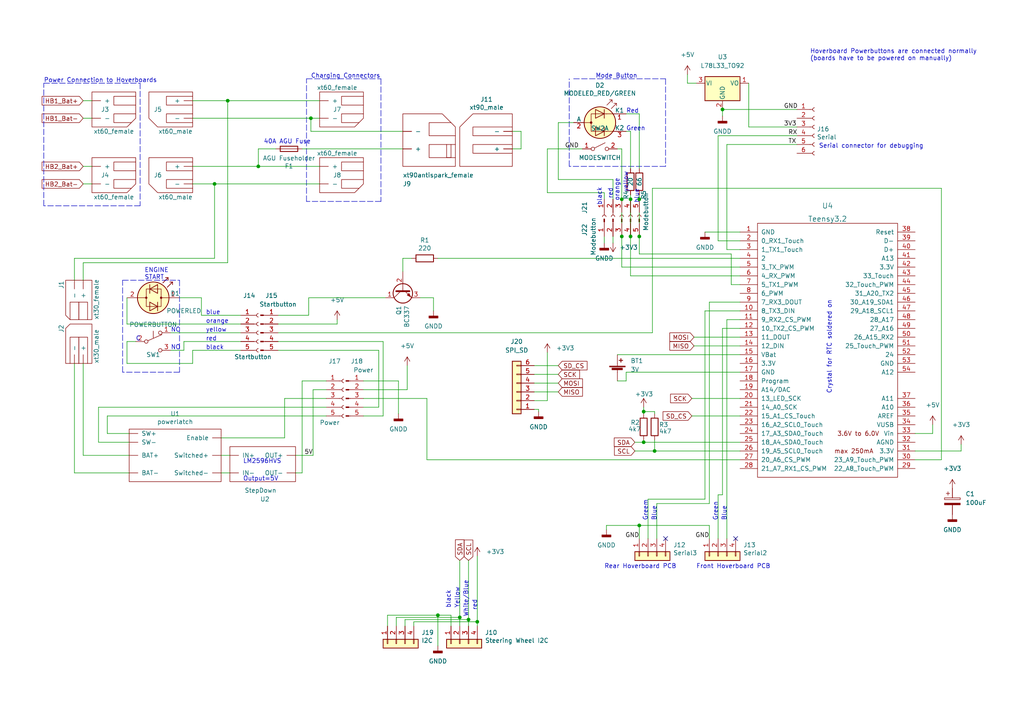
<source format=kicad_sch>
(kicad_sch (version 20211123) (generator eeschema)
  (paper "A4")
  (lib_symbols
    (symbol "Bobbycar_components:StepDown" (pin_names (offset 1.016))
      (property "Reference" "U" (at -1.27 0 0))
      (property "Value" "StepDown" (at 0 6.35 0))
      (symbol "StepDown_1_1"
        (pin power_in line (at -10.16 2.54 0) (length 2.54) (name "IN+") (number "~"))
        (pin power_in line (at -10.16 -2.54 0) (length 2.54) (name "IN-") (number "~"))
        (pin power_out line (at 8.89 2.54 180) (length 2.54) (name "OUT+") (number "~"))
        (pin power_out line (at 8.89 -2.54 180) (length 2.54) (name "OUT-") (number "~"))
      )
    )
    (symbol "Bobbycar_components:powerlatch" (pin_names (offset 1.016))
      (property "Reference" "U" (at -1.27 6.35 0))
      (property "Value" "powerlatch" (at 0 10.16 0))
      (symbol "powerlatch_1_1"
        (pin power_in line (at -12.7 1.27 0) (length 2.54) (name "BAT+") (number "~"))
        (pin power_in line (at -12.7 -3.81 0) (length 2.54) (name "BAT-") (number "~"))
        (pin input line (at 13.97 6.35 180) (length 2.54) (name "Enable") (number "~"))
        (pin input line (at -12.7 7.62 0) (length 2.54) (name "SW+") (number "~"))
        (pin input line (at -12.7 5.08 0) (length 2.54) (name "SW-") (number "~"))
        (pin power_in line (at 13.97 1.27 180) (length 2.54) (name "Switched+") (number "~"))
        (pin power_in line (at 13.97 -3.81 180) (length 2.54) (name "Switched-") (number "~"))
      )
    )
    (symbol "Bobbycar_components:xt30_female" (pin_names (offset 1.016))
      (property "Reference" "J" (at 0 15.24 0))
      (property "Value" "xt30_female" (at 0 12.7 0))
      (symbol "xt30_female_1_1"
        (pin power_out line (at 1.27 0 90) (length 2.54) (name "+") (number "~"))
        (pin power_out line (at -1.27 0 90) (length 2.54) (name "-") (number "~"))
      )
    )
    (symbol "Bobbycar_components:xt30_male" (pin_names (offset 1.016))
      (property "Reference" "J" (at 0 16.51 0))
      (property "Value" "xt30_male" (at 0 13.97 0))
      (symbol "xt30_male_1_1"
        (pin power_in line (at 1.27 0 90) (length 2.54) (name "+") (number "~"))
        (pin power_in line (at -1.27 0 90) (length 2.54) (name "-") (number "~"))
      )
    )
    (symbol "Bobbycar_components:xt60_female" (pin_names (offset 1.016))
      (property "Reference" "J" (at 0 11.43 0))
      (property "Value" "xt60_female" (at 0 13.97 0))
      (symbol "xt60_female_1_1"
        (pin power_out line (at 2.54 0 90) (length 2.54) (name "+") (number "~"))
        (pin power_out line (at -2.54 0 90) (length 2.54) (name "-") (number "~"))
      )
    )
    (symbol "Bobbycar_components:xt60_male" (pin_names (offset 1.016))
      (property "Reference" "J" (at 0 11.43 0))
      (property "Value" "xt60_male" (at 0 13.97 0))
      (symbol "xt60_male_1_1"
        (pin power_in line (at 2.54 0 90) (length 2.54) (name "+") (number "~"))
        (pin power_in line (at -2.54 0 90) (length 2.54) (name "-") (number "~"))
      )
    )
    (symbol "Bobbycar_components:xt90_male" (pin_names (offset 1.016))
      (property "Reference" "J" (at 0 19.05 0))
      (property "Value" "xt90_male" (at 0 16.51 0))
      (symbol "xt90_male_1_1"
        (pin power_in line (at 2.54 0 90) (length 2.54) (name "+") (number "~"))
        (pin power_in line (at -2.54 0 90) (length 2.54) (name "-") (number "~"))
      )
    )
    (symbol "Bobbycar_components:xt90antispark_female" (pin_names (offset 1.016))
      (property "Reference" "J" (at 0 16.51 0))
      (property "Value" "xt90antispark_female" (at 1.27 19.05 0))
      (symbol "xt90antispark_female_1_1"
        (pin power_out line (at 2.54 0 90) (length 2.54) (name "+") (number "~"))
        (pin power_out line (at -2.54 0 90) (length 2.54) (name "-") (number "~"))
      )
    )
    (symbol "Bobbycar_wiring-rescue:LED_Dual_2pin-Device" (pin_names (offset 0) hide)
      (property "Reference" "D" (at 0 5.715 0))
      (property "Value" "LED_Dual_2pin-Device" (at 0 -6.35 0))
      (symbol "LED_Dual_2pin-Device_1_1"
        (pin input line (at 7.62 0 180) (length 3.81) (name "KA") (number "1"))
        (pin input line (at -7.62 0 0) (length 3.048) (name "AK") (number "2"))
      )
    )
    (symbol "Bobbycar_wiring-rescue:LED_Dual_CAC-Device" (pin_names (offset 0))
      (property "Reference" "D" (at 0 5.715 0))
      (property "Value" "LED_Dual_CAC-Device" (at 0 -6.35 0))
      (symbol "LED_Dual_CAC-Device_1_1"
        (pin input line (at 7.62 2.54 180) (length 3.81) (name "K1") (number "1"))
        (pin input line (at -7.62 0 0) (length 3.048) (name "A") (number "2"))
        (pin input line (at 7.62 -2.54 180) (length 3.81) (name "K2") (number "3"))
      )
    )
    (symbol "Bobbycar_wiring-rescue:SW_DPST_x2-Switch" (pin_names (offset 0) hide)
      (property "Reference" "SW" (at 0 3.175 0))
      (property "Value" "SW_DPST_x2-Switch" (at 0 -2.54 0))
      (symbol "SW_DPST_x2-Switch_1_1"
        (pin passive line (at -5.08 0 0) (length 2.54) (name "A") (number "1"))
        (pin passive line (at 5.08 0 180) (length 2.54) (name "B") (number "2"))
      )
      (symbol "SW_DPST_x2-Switch_2_1"
        (pin input line (at -5.08 0 0) (length 2.54) (name "A") (number "3"))
        (pin input line (at 5.08 0 180) (length 2.54) (name "B") (number "4"))
      )
    )
    (symbol "Connector:Conn_01x05_Female" (pin_names (offset 1.016) hide)
      (property "Reference" "J" (at 0 7.62 0))
      (property "Value" "Conn_01x05_Female" (at 0 -7.62 0))
      (symbol "Conn_01x05_Female_1_1"
        (pin passive line (at -5.08 5.08 0) (length 3.81) (name "Pin_1") (number "1"))
        (pin passive line (at -5.08 2.54 0) (length 3.81) (name "Pin_2") (number "2"))
        (pin passive line (at -5.08 0 0) (length 3.81) (name "Pin_3") (number "3"))
        (pin passive line (at -5.08 -2.54 0) (length 3.81) (name "Pin_4") (number "4"))
        (pin passive line (at -5.08 -5.08 0) (length 3.81) (name "Pin_5") (number "5"))
      )
    )
    (symbol "Connector:Conn_01x05_Male" (pin_names (offset 1.016) hide)
      (property "Reference" "J" (at 0 7.62 0))
      (property "Value" "Conn_01x05_Male" (at 0 -7.62 0))
      (symbol "Conn_01x05_Male_1_1"
        (pin passive line (at 5.08 5.08 180) (length 3.81) (name "Pin_1") (number "1"))
        (pin passive line (at 5.08 2.54 180) (length 3.81) (name "Pin_2") (number "2"))
        (pin passive line (at 5.08 0 180) (length 3.81) (name "Pin_3") (number "3"))
        (pin passive line (at 5.08 -2.54 180) (length 3.81) (name "Pin_4") (number "4"))
        (pin passive line (at 5.08 -5.08 180) (length 3.81) (name "Pin_5") (number "5"))
      )
    )
    (symbol "Connector:Conn_01x06_Female" (pin_names (offset 1.016) hide)
      (property "Reference" "J" (at 0 7.62 0))
      (property "Value" "Conn_01x06_Female" (at 0 -10.16 0))
      (symbol "Conn_01x06_Female_1_1"
        (pin passive line (at -5.08 5.08 0) (length 3.81) (name "Pin_1") (number "1"))
        (pin passive line (at -5.08 2.54 0) (length 3.81) (name "Pin_2") (number "2"))
        (pin passive line (at -5.08 0 0) (length 3.81) (name "Pin_3") (number "3"))
        (pin passive line (at -5.08 -2.54 0) (length 3.81) (name "Pin_4") (number "4"))
        (pin passive line (at -5.08 -5.08 0) (length 3.81) (name "Pin_5") (number "5"))
        (pin passive line (at -5.08 -7.62 0) (length 3.81) (name "Pin_6") (number "6"))
      )
    )
    (symbol "Connector_Generic:Conn_01x04" (pin_names (offset 1.016) hide)
      (property "Reference" "J" (at 0 5.08 0))
      (property "Value" "Conn_01x04" (at 0 -7.62 0))
      (symbol "Conn_01x04_1_1"
        (pin passive line (at -5.08 2.54 0) (length 3.81) (name "Pin_1") (number "1"))
        (pin passive line (at -5.08 0 0) (length 3.81) (name "Pin_2") (number "2"))
        (pin passive line (at -5.08 -2.54 0) (length 3.81) (name "Pin_3") (number "3"))
        (pin passive line (at -5.08 -5.08 0) (length 3.81) (name "Pin_4") (number "4"))
      )
    )
    (symbol "Connector_Generic:Conn_01x06" (pin_names (offset 1.016) hide)
      (property "Reference" "J" (at 0 7.62 0))
      (property "Value" "Conn_01x06" (at 0 -10.16 0))
      (symbol "Conn_01x06_1_1"
        (pin passive line (at -5.08 5.08 0) (length 3.81) (name "Pin_1") (number "1"))
        (pin passive line (at -5.08 2.54 0) (length 3.81) (name "Pin_2") (number "2"))
        (pin passive line (at -5.08 0 0) (length 3.81) (name "Pin_3") (number "3"))
        (pin passive line (at -5.08 -2.54 0) (length 3.81) (name "Pin_4") (number "4"))
        (pin passive line (at -5.08 -5.08 0) (length 3.81) (name "Pin_5") (number "5"))
        (pin passive line (at -5.08 -7.62 0) (length 3.81) (name "Pin_6") (number "6"))
      )
    )
    (symbol "Device:Battery_Cell" (pin_numbers hide) (pin_names (offset 0) hide)
      (property "Reference" "BT" (at 2.54 2.54 0))
      (property "Value" "Battery_Cell" (at 2.54 0 0))
      (symbol "Battery_Cell_1_1"
        (pin passive line (at 0 5.08 270) (length 2.54) (name "+") (number "1"))
        (pin passive line (at 0 -2.54 90) (length 2.54) (name "-") (number "2"))
      )
    )
    (symbol "Device:C_Polarized" (pin_numbers hide) (pin_names (offset 0.254))
      (property "Reference" "C" (at 0.635 2.54 0))
      (property "Value" "C_Polarized" (at 0.635 -2.54 0))
      (symbol "C_Polarized_1_1"
        (pin passive line (at 0 3.81 270) (length 2.794) (name "~") (number "1"))
        (pin passive line (at 0 -3.81 90) (length 2.794) (name "~") (number "2"))
      )
    )
    (symbol "Device:Fuse" (pin_numbers hide) (pin_names (offset 0))
      (property "Reference" "F" (at 2.032 0 90))
      (property "Value" "Fuse" (at -1.905 0 90))
      (symbol "Fuse_1_1"
        (pin passive line (at 0 3.81 270) (length 1.27) (name "~") (number "1"))
        (pin passive line (at 0 -3.81 90) (length 1.27) (name "~") (number "2"))
      )
    )
    (symbol "Device:R" (pin_numbers hide) (pin_names (offset 0))
      (property "Reference" "R" (at 2.032 0 90))
      (property "Value" "R" (at 0 0 90))
      (symbol "R_1_1"
        (pin passive line (at 0 3.81 270) (length 1.27) (name "~") (number "1"))
        (pin passive line (at 0 -3.81 90) (length 1.27) (name "~") (number "2"))
      )
    )
    (symbol "Regulator_Linear:L78L33_TO92" (pin_names (offset 0.254))
      (property "Reference" "U" (at -3.81 3.175 0))
      (property "Value" "L78L33_TO92" (at 0 3.175 0))
      (symbol "L78L33_TO92_1_1"
        (pin power_out line (at 7.62 0 180) (length 2.54) (name "VO") (number "1"))
        (pin power_in line (at 0 -7.62 90) (length 2.54) (name "GND") (number "2"))
        (pin power_in line (at -7.62 0 0) (length 2.54) (name "VI") (number "3"))
      )
    )
    (symbol "Switch:SW_Push_SPDT" (pin_names (offset 0) hide)
      (property "Reference" "SW" (at 0 4.318 0))
      (property "Value" "SW_Push_SPDT" (at 0 -5.08 0))
      (symbol "SW_Push_SPDT_1_1"
        (pin passive line (at 5.08 2.54 180) (length 2.54) (name "A") (number "1"))
        (pin passive line (at -5.08 0 0) (length 2.54) (name "B") (number "2"))
        (pin passive line (at 5.08 -2.54 180) (length 2.54) (name "C") (number "3"))
      )
    )
    (symbol "Transistor_BJT:BC337" (pin_names (offset 0) hide)
      (property "Reference" "Q" (at 5.08 1.905 0))
      (property "Value" "BC337" (at 5.08 0 0))
      (symbol "BC337_1_1"
        (pin passive line (at 2.54 5.08 270) (length 2.54) (name "C") (number "1"))
        (pin input line (at -5.08 0 0) (length 5.08) (name "B") (number "2"))
        (pin passive line (at 2.54 -5.08 90) (length 2.54) (name "E") (number "3"))
      )
    )
    (symbol "power:+3V3" (power) (pin_names (offset 0))
      (property "Value" "+3V3" (at 0 3.556 0))
      (symbol "+3V3_1_1"
        (pin power_in line (at 0 0 90) (length 0) hide (name "+3V3") (number "1"))
      )
    )
    (symbol "power:+5V" (power) (pin_names (offset 0))
      (property "Value" "+5V" (at 0 3.556 0))
      (symbol "+5V_1_1"
        (pin power_in line (at 0 0 90) (length 0) hide (name "+5V") (number "1"))
      )
    )
    (symbol "power:GNDD" (power) (pin_names (offset 0))
      (property "Value" "GNDD" (at 0 -3.175 0))
      (symbol "GNDD_1_1"
        (pin power_in line (at 0 0 270) (length 0) hide (name "GNDD") (number "1"))
      )
    )
    (symbol "teensy:Teensy3.2" (pin_names (offset 1.016))
      (property "Reference" "U" (at 0 39.37 0))
      (property "Value" "Teensy3.2" (at 0 -39.37 0))
      (symbol "Teensy3.2_0_0"
        (text "3.6V to 6.0V" (at 8.89 -24.13 0) (effects (font (size 1.27 1.27))))
        (text "max 250mA" (at 7.62 -29.21 0) (effects (font (size 1.27 1.27))))
      )
      (symbol "Teensy3.2_1_1"
        (pin power_in line (at -25.4 34.29 0) (length 5.08) (name "GND") (number "1"))
        (pin bidirectional line (at -25.4 11.43 0) (length 5.08) (name "8_TX3_DIN") (number "10"))
        (pin bidirectional line (at -25.4 8.89 0) (length 5.08) (name "9_RX2_CS_PWM") (number "11"))
        (pin bidirectional line (at -25.4 6.35 0) (length 5.08) (name "10_TX2_CS_PWM") (number "12"))
        (pin bidirectional line (at -25.4 3.81 0) (length 5.08) (name "11_DOUT") (number "13"))
        (pin bidirectional line (at -25.4 1.27 0) (length 5.08) (name "12_DIN") (number "14"))
        (pin power_in line (at -25.4 -1.27 0) (length 5.08) (name "VBat") (number "15"))
        (pin power_out line (at -25.4 -3.81 0) (length 5.08) (name "3.3V") (number "16"))
        (pin power_in line (at -25.4 -6.35 0) (length 5.08) (name "GND") (number "17"))
        (pin input line (at -25.4 -8.89 0) (length 5.08) (name "Program") (number "18"))
        (pin bidirectional line (at -25.4 -11.43 0) (length 5.08) (name "A14/DAC") (number "19"))
        (pin bidirectional line (at -25.4 31.75 0) (length 5.08) (name "0_RX1_Touch") (number "2"))
        (pin bidirectional line (at -25.4 -13.97 0) (length 5.08) (name "13_LED_SCK") (number "20"))
        (pin bidirectional line (at -25.4 -16.51 0) (length 5.08) (name "14_A0_SCK") (number "21"))
        (pin bidirectional line (at -25.4 -19.05 0) (length 5.08) (name "15_A1_CS_Touch") (number "22"))
        (pin bidirectional line (at -25.4 -21.59 0) (length 5.08) (name "16_A2_SCL0_Touch") (number "23"))
        (pin bidirectional line (at -25.4 -24.13 0) (length 5.08) (name "17_A3_SDA0_Touch") (number "24"))
        (pin bidirectional line (at -25.4 -26.67 0) (length 5.08) (name "18_A4_SDA0_Touch") (number "25"))
        (pin bidirectional line (at -25.4 -29.21 0) (length 5.08) (name "19_A5_SCL0_Touch") (number "26"))
        (pin bidirectional line (at -25.4 -31.75 0) (length 5.08) (name "20_A6_CS_PWM") (number "27"))
        (pin bidirectional line (at -25.4 -34.29 0) (length 5.08) (name "21_A7_RX1_CS_PWM") (number "28"))
        (pin bidirectional line (at 25.4 -34.29 180) (length 5.08) (name "22_A8_Touch_PWM") (number "29"))
        (pin bidirectional line (at -25.4 29.21 0) (length 5.08) (name "1_TX1_Touch") (number "3"))
        (pin bidirectional line (at 25.4 -31.75 180) (length 5.08) (name "23_A9_Touch_PWM") (number "30"))
        (pin power_out line (at 25.4 -29.21 180) (length 5.08) (name "3.3V") (number "31"))
        (pin power_out line (at 25.4 -26.67 180) (length 5.08) (name "AGND") (number "32"))
        (pin power_in line (at 25.4 -24.13 180) (length 5.08) (name "Vin") (number "33"))
        (pin power_in line (at 25.4 -21.59 180) (length 5.08) (name "VUSB") (number "34"))
        (pin input line (at 25.4 -19.05 180) (length 5.08) (name "AREF") (number "35"))
        (pin bidirectional line (at 25.4 -16.51 180) (length 5.08) (name "A10") (number "36"))
        (pin bidirectional line (at 25.4 -13.97 180) (length 5.08) (name "A11") (number "37"))
        (pin input line (at 25.4 34.29 180) (length 5.08) (name "Reset") (number "38"))
        (pin bidirectional line (at 25.4 31.75 180) (length 5.08) (name "D-") (number "39"))
        (pin bidirectional line (at -25.4 26.67 0) (length 5.08) (name "2") (number "4"))
        (pin bidirectional line (at 25.4 29.21 180) (length 5.08) (name "D+") (number "40"))
        (pin bidirectional line (at 25.4 26.67 180) (length 5.08) (name "A13") (number "41"))
        (pin power_out line (at 25.4 24.13 180) (length 5.08) (name "3.3V") (number "42"))
        (pin bidirectional line (at 25.4 21.59 180) (length 5.08) (name "33_Touch") (number "43"))
        (pin bidirectional line (at 25.4 19.05 180) (length 5.08) (name "32_Touch_PWM") (number "44"))
        (pin bidirectional line (at 25.4 16.51 180) (length 5.08) (name "31_A20_TX2") (number "45"))
        (pin bidirectional line (at 25.4 13.97 180) (length 5.08) (name "30_A19_SDA1") (number "46"))
        (pin bidirectional line (at 25.4 11.43 180) (length 5.08) (name "29_A18_SCL1") (number "47"))
        (pin bidirectional line (at 25.4 8.89 180) (length 5.08) (name "28_A17") (number "48"))
        (pin bidirectional line (at 25.4 6.35 180) (length 5.08) (name "27_A16") (number "49"))
        (pin bidirectional line (at -25.4 24.13 0) (length 5.08) (name "3_TX_PWM") (number "5"))
        (pin bidirectional line (at 25.4 3.81 180) (length 5.08) (name "26_A15_RX2") (number "50"))
        (pin bidirectional line (at 25.4 1.27 180) (length 5.08) (name "25_Touch_PWM") (number "51"))
        (pin bidirectional line (at 25.4 -1.27 180) (length 5.08) (name "24") (number "52"))
        (pin power_in line (at 25.4 -3.81 180) (length 5.08) (name "GND") (number "53"))
        (pin bidirectional line (at 25.4 -6.35 180) (length 5.08) (name "A12") (number "54"))
        (pin bidirectional line (at -25.4 21.59 0) (length 5.08) (name "4_RX_PWM") (number "6"))
        (pin bidirectional line (at -25.4 19.05 0) (length 5.08) (name "5_TX1_PWM") (number "7"))
        (pin bidirectional line (at -25.4 16.51 0) (length 5.08) (name "6_PWM") (number "8"))
        (pin bidirectional line (at -25.4 13.97 0) (length 5.08) (name "7_RX3_DOUT") (number "9"))
      )
    )
  )
  (junction (at 62.23 53.34))
  (junction (at 135.89 179.705))
  (junction (at 186.69 128.27))
  (junction (at 90.17 34.29))
  (junction (at 182.88 57.785))
  (junction (at 185.42 152.4))
  (junction (at 186.69 119.38))
  (junction (at 185.42 68.58))
  (junction (at 127 178.435))
  (junction (at 74.93 48.26))
  (junction (at 189.865 130.81))
  (junction (at 185.42 57.785))
  (junction (at 209.55 31.75))
  (junction (at 182.88 68.58))
  (junction (at 180.34 57.785))
  (junction (at 180.34 68.58))
  (junction (at 138.43 180.34))
  (junction (at 133.35 179.07))
  (junction (at 66.04 29.21))
  (no_connect (at 213.36 156.21))
  (no_connect (at 193.04 156.21))
  (wire (pts (xy 66.675 132.08) (xy 64.135 132.08)))
  (wire (pts (xy 55.88 101.6) (xy 69.85 101.6)))
  (wire (pts (xy 62.23 53.34) (xy 62.23 74.93)))
  (wire (pts (xy 158.75 43.18) (xy 158.75 55.88)))
  (wire (pts (xy 181.61 38.1) (xy 182.88 38.1)))
  (wire (pts (xy 151.13 43.18) (xy 148.59 43.18)))
  (wire (pts (xy 185.42 57.785) (xy 185.42 68.58)))
  (wire (pts (xy 74.93 43.18) (xy 74.93 48.26)))
  (wire (pts (xy 127 178.435) (xy 112.395 178.435)))
  (polyline (pts (xy 12.7 59.69) (xy 12.7 24.13)))
  (wire (pts (xy 265.43 125.73) (xy 270.51 125.73)))
  (wire (pts (xy 133.35 162.56) (xy 133.35 179.07)))
  (wire (pts (xy 135.89 162.56) (xy 135.89 179.705)))
  (wire (pts (xy 189.865 119.38) (xy 189.865 120.015)))
  (wire (pts (xy 31.115 120.65) (xy 31.115 125.73)))
  (wire (pts (xy 177.8 52.07) (xy 177.8 57.785)))
  (wire (pts (xy 82.55 127) (xy 82.55 115.57)))
  (wire (pts (xy 37.465 125.73) (xy 31.115 125.73)))
  (wire (pts (xy 21.59 137.16) (xy 21.59 105.41)))
  (wire (pts (xy 26.67 53.34) (xy 24.13 53.34)))
  (wire (pts (xy 24.13 48.26) (xy 26.67 48.26)))
  (wire (pts (xy 186.69 118.11) (xy 186.69 119.38)))
  (wire (pts (xy 265.43 130.81) (xy 278.765 130.81)))
  (wire (pts (xy 209.55 95.25) (xy 209.55 143.51)))
  (wire (pts (xy 66.04 29.21) (xy 66.04 76.2)))
  (wire (pts (xy 127 74.93) (xy 214.63 74.93)))
  (polyline (pts (xy 52.07 81.28) (xy 52.07 107.95)))
  (wire (pts (xy 214.63 82.55) (xy 212.09 82.55)))
  (wire (pts (xy 212.09 73.66) (xy 185.42 73.66)))
  (wire (pts (xy 112.395 178.435) (xy 112.395 181.61)))
  (wire (pts (xy 154.94 118.745) (xy 156.21 118.745)))
  (polyline (pts (xy 40.64 24.13) (xy 40.64 59.69)))
  (wire (pts (xy 148.59 38.1) (xy 151.13 38.1)))
  (wire (pts (xy 89.535 86.36) (xy 111.76 86.36)))
  (wire (pts (xy 182.88 57.785) (xy 182.88 68.58)))
  (wire (pts (xy 161.925 35.56) (xy 161.925 52.07)))
  (wire (pts (xy 55.88 105.41) (xy 55.88 101.6)))
  (wire (pts (xy 185.42 152.4) (xy 185.42 156.21)))
  (wire (pts (xy 209.55 31.75) (xy 209.55 33.655)))
  (wire (pts (xy 80.645 96.52) (xy 189.23 96.52)))
  (wire (pts (xy 209.55 143.51) (xy 208.28 143.51)))
  (wire (pts (xy 62.23 53.34) (xy 92.71 53.34)))
  (wire (pts (xy 24.13 76.2) (xy 24.13 81.28)))
  (wire (pts (xy 123.825 115.57) (xy 123.825 133.35)))
  (wire (pts (xy 158.75 43.18) (xy 168.91 43.18)))
  (wire (pts (xy 154.94 108.585) (xy 161.925 108.585)))
  (wire (pts (xy 94.615 120.65) (xy 31.115 120.65)))
  (wire (pts (xy 154.94 111.125) (xy 161.925 111.125)))
  (wire (pts (xy 199.39 24.13) (xy 199.39 21.59)))
  (wire (pts (xy 24.13 132.08) (xy 37.465 132.08)))
  (wire (pts (xy 87.63 43.18) (xy 116.84 43.18)))
  (wire (pts (xy 109.855 118.11) (xy 105.41 118.11)))
  (wire (pts (xy 66.04 29.21) (xy 92.71 29.21)))
  (wire (pts (xy 135.89 179.705) (xy 117.475 179.705)))
  (wire (pts (xy 270.51 125.73) (xy 270.51 123.19)))
  (wire (pts (xy 158.75 55.88) (xy 175.26 55.88)))
  (wire (pts (xy 214.63 77.47) (xy 180.34 77.47)))
  (wire (pts (xy 278.765 130.81) (xy 278.765 128.905)))
  (wire (pts (xy 90.17 38.1) (xy 90.17 34.29)))
  (wire (pts (xy 205.74 146.05) (xy 205.74 87.63)))
  (wire (pts (xy 89.535 91.44) (xy 89.535 86.36)))
  (wire (pts (xy 190.5 156.21) (xy 190.5 146.05)))
  (wire (pts (xy 123.825 133.35) (xy 214.63 133.35)))
  (wire (pts (xy 105.41 115.57) (xy 123.825 115.57)))
  (wire (pts (xy 184.15 128.27) (xy 186.69 128.27)))
  (wire (pts (xy 133.35 179.07) (xy 133.35 181.61)))
  (wire (pts (xy 189.23 54.61) (xy 189.23 96.52)))
  (wire (pts (xy 36.83 93.98) (xy 36.83 86.36)))
  (wire (pts (xy 58.42 91.44) (xy 69.85 91.44)))
  (wire (pts (xy 119.38 74.93) (xy 116.84 74.93)))
  (wire (pts (xy 130.81 178.435) (xy 127 178.435)))
  (wire (pts (xy 205.74 152.4) (xy 205.74 156.21)))
  (wire (pts (xy 177.8 68.58) (xy 177.8 70.485)))
  (wire (pts (xy 36.83 99.06) (xy 36.83 105.41)))
  (wire (pts (xy 94.615 118.11) (xy 28.575 118.11)))
  (wire (pts (xy 116.84 74.93) (xy 116.84 78.74)))
  (wire (pts (xy 182.88 68.58) (xy 182.88 80.01)))
  (wire (pts (xy 94.615 113.03) (xy 90.805 113.03)))
  (wire (pts (xy 138.43 180.34) (xy 138.43 181.61)))
  (wire (pts (xy 120.015 181.61) (xy 120.015 180.34)))
  (wire (pts (xy 217.17 24.13) (xy 217.17 36.83)))
  (wire (pts (xy 55.88 29.21) (xy 66.04 29.21)))
  (wire (pts (xy 24.13 29.21) (xy 26.67 29.21)))
  (wire (pts (xy 117.475 179.705) (xy 117.475 181.61)))
  (wire (pts (xy 182.88 56.515) (xy 182.88 57.785)))
  (wire (pts (xy 209.55 31.75) (xy 231.14 31.75)))
  (wire (pts (xy 115.57 120.015) (xy 115.57 110.49)))
  (wire (pts (xy 182.88 38.1) (xy 182.88 48.895)))
  (wire (pts (xy 208.28 69.85) (xy 208.28 39.37)))
  (wire (pts (xy 204.47 90.17) (xy 204.47 144.78)))
  (wire (pts (xy 37.465 137.16) (xy 21.59 137.16)))
  (wire (pts (xy 208.28 39.37) (xy 231.14 39.37)))
  (wire (pts (xy 175.895 152.4) (xy 185.42 152.4)))
  (polyline (pts (xy 165.1 48.26) (xy 165.1 22.86)))
  (wire (pts (xy 36.83 99.06) (xy 39.37 99.06)))
  (wire (pts (xy 125.73 86.36) (xy 125.73 90.17)))
  (wire (pts (xy 204.47 67.31) (xy 214.63 67.31)))
  (wire (pts (xy 115.57 110.49) (xy 105.41 110.49)))
  (wire (pts (xy 214.63 90.17) (xy 204.47 90.17)))
  (wire (pts (xy 187.96 156.21) (xy 187.96 144.78)))
  (wire (pts (xy 186.69 119.38) (xy 189.865 119.38)))
  (wire (pts (xy 111.125 120.65) (xy 111.125 99.06)))
  (wire (pts (xy 80.01 43.18) (xy 74.93 43.18)))
  (wire (pts (xy 80.645 101.6) (xy 109.855 101.6)))
  (wire (pts (xy 189.865 130.81) (xy 214.63 130.81)))
  (wire (pts (xy 180.34 43.18) (xy 180.34 57.785)))
  (wire (pts (xy 118.11 113.03) (xy 105.41 113.03)))
  (wire (pts (xy 161.925 35.56) (xy 166.37 35.56)))
  (wire (pts (xy 74.93 48.26) (xy 92.71 48.26)))
  (polyline (pts (xy 52.07 107.95) (xy 35.56 107.95)))
  (wire (pts (xy 82.55 115.57) (xy 94.615 115.57)))
  (wire (pts (xy 175.26 68.58) (xy 175.26 70.485)))
  (wire (pts (xy 265.43 133.35) (xy 273.05 133.35)))
  (wire (pts (xy 90.805 113.03) (xy 90.805 132.08)))
  (polyline (pts (xy 40.64 59.69) (xy 12.7 59.69)))
  (wire (pts (xy 181.61 33.02) (xy 185.42 33.02)))
  (polyline (pts (xy 88.9 22.86) (xy 110.49 22.86)))
  (wire (pts (xy 114.935 179.07) (xy 133.35 179.07)))
  (wire (pts (xy 36.83 93.98) (xy 69.85 93.98)))
  (wire (pts (xy 87.63 110.49) (xy 94.615 110.49)))
  (wire (pts (xy 28.575 118.11) (xy 28.575 128.27)))
  (wire (pts (xy 181.61 110.49) (xy 179.07 110.49)))
  (wire (pts (xy 114.935 181.61) (xy 114.935 179.07)))
  (wire (pts (xy 55.88 48.26) (xy 74.93 48.26)))
  (wire (pts (xy 179.07 43.18) (xy 180.34 43.18)))
  (wire (pts (xy 118.11 106.045) (xy 118.11 113.03)))
  (wire (pts (xy 151.13 38.1) (xy 151.13 43.18)))
  (wire (pts (xy 53.34 99.06) (xy 69.85 99.06)))
  (wire (pts (xy 154.94 116.205) (xy 158.75 116.205)))
  (wire (pts (xy 21.59 74.93) (xy 62.23 74.93)))
  (wire (pts (xy 201.295 97.79) (xy 214.63 97.79)))
  (wire (pts (xy 181.61 107.95) (xy 181.61 110.49)))
  (wire (pts (xy 64.135 127) (xy 82.55 127)))
  (wire (pts (xy 55.88 53.34) (xy 62.23 53.34)))
  (polyline (pts (xy 35.56 81.28) (xy 52.07 81.28)))
  (wire (pts (xy 204.47 144.78) (xy 187.96 144.78)))
  (wire (pts (xy 97.79 93.98) (xy 97.79 92.71)))
  (polyline (pts (xy 35.56 107.95) (xy 35.56 81.28)))
  (wire (pts (xy 190.5 146.05) (xy 205.74 146.05)))
  (wire (pts (xy 179.07 102.87) (xy 214.63 102.87)))
  (polyline (pts (xy 193.04 22.86) (xy 193.04 48.26)))
  (wire (pts (xy 214.63 80.01) (xy 182.88 80.01)))
  (wire (pts (xy 185.42 33.02) (xy 185.42 48.895)))
  (polyline (pts (xy 110.49 22.86) (xy 110.49 58.42)))
  (wire (pts (xy 120.015 180.34) (xy 138.43 180.34)))
  (wire (pts (xy 66.675 137.16) (xy 64.135 137.16)))
  (polyline (pts (xy 110.49 58.42) (xy 88.9 58.42)))
  (wire (pts (xy 200.66 120.65) (xy 214.63 120.65)))
  (wire (pts (xy 28.575 128.27) (xy 37.465 128.27)))
  (wire (pts (xy 201.295 100.33) (xy 214.63 100.33)))
  (wire (pts (xy 175.895 152.4) (xy 175.895 153.67)))
  (wire (pts (xy 205.74 87.63) (xy 214.63 87.63)))
  (wire (pts (xy 210.82 92.71) (xy 210.82 156.21)))
  (wire (pts (xy 80.645 91.44) (xy 89.535 91.44)))
  (wire (pts (xy 210.82 41.91) (xy 210.82 72.39)))
  (wire (pts (xy 105.41 120.65) (xy 111.125 120.65)))
  (wire (pts (xy 217.17 36.83) (xy 231.14 36.83)))
  (wire (pts (xy 186.69 119.38) (xy 186.69 120.015)))
  (wire (pts (xy 80.645 93.98) (xy 97.79 93.98)))
  (wire (pts (xy 161.925 52.07) (xy 177.8 52.07)))
  (wire (pts (xy 138.43 161.29) (xy 138.43 180.34)))
  (wire (pts (xy 201.93 24.13) (xy 199.39 24.13)))
  (wire (pts (xy 184.15 130.81) (xy 189.865 130.81)))
  (wire (pts (xy 273.05 54.61) (xy 189.23 54.61)))
  (wire (pts (xy 154.94 106.045) (xy 161.925 106.045)))
  (wire (pts (xy 49.53 96.52) (xy 69.85 96.52)))
  (wire (pts (xy 154.94 113.665) (xy 161.925 113.665)))
  (wire (pts (xy 185.42 152.4) (xy 205.74 152.4)))
  (wire (pts (xy 200.66 115.57) (xy 214.63 115.57)))
  (wire (pts (xy 49.53 101.6) (xy 53.34 101.6)))
  (wire (pts (xy 214.63 69.85) (xy 208.28 69.85)))
  (wire (pts (xy 156.21 118.745) (xy 156.21 119.38)))
  (wire (pts (xy 208.28 143.51) (xy 208.28 156.21)))
  (wire (pts (xy 180.34 68.58) (xy 180.34 77.47)))
  (wire (pts (xy 24.13 105.41) (xy 24.13 132.08)))
  (wire (pts (xy 210.82 92.71) (xy 214.63 92.71)))
  (wire (pts (xy 58.42 86.36) (xy 58.42 91.44)))
  (wire (pts (xy 214.63 95.25) (xy 209.55 95.25)))
  (polyline (pts (xy 193.04 48.26) (xy 165.1 48.26)))
  (wire (pts (xy 36.83 105.41) (xy 55.88 105.41)))
  (wire (pts (xy 109.855 101.6) (xy 109.855 118.11)))
  (polyline (pts (xy 12.7 24.13) (xy 40.64 24.13)))
  (wire (pts (xy 80.645 99.06) (xy 111.125 99.06)))
  (wire (pts (xy 121.92 86.36) (xy 125.73 86.36)))
  (wire (pts (xy 85.725 137.16) (xy 87.63 137.16)))
  (wire (pts (xy 116.84 38.1) (xy 90.17 38.1)))
  (wire (pts (xy 210.82 41.91) (xy 231.14 41.91)))
  (wire (pts (xy 127 178.435) (xy 127 187.325)))
  (wire (pts (xy 186.69 127.635) (xy 186.69 128.27)))
  (wire (pts (xy 24.13 76.2) (xy 66.04 76.2)))
  (wire (pts (xy 90.805 132.08) (xy 85.725 132.08)))
  (wire (pts (xy 58.42 86.36) (xy 52.07 86.36)))
  (wire (pts (xy 212.09 82.55) (xy 212.09 73.66)))
  (wire (pts (xy 158.75 102.235) (xy 158.75 116.205)))
  (wire (pts (xy 26.67 34.29) (xy 24.13 34.29)))
  (polyline (pts (xy 166.37 22.86) (xy 193.04 22.86)))
  (wire (pts (xy 135.89 179.705) (xy 135.89 181.61)))
  (wire (pts (xy 55.88 34.29) (xy 90.17 34.29)))
  (wire (pts (xy 53.34 101.6) (xy 53.34 99.06)))
  (wire (pts (xy 210.82 72.39) (xy 214.63 72.39)))
  (wire (pts (xy 185.42 68.58) (xy 185.42 73.66)))
  (polyline (pts (xy 88.9 58.42) (xy 88.9 22.86)))
  (wire (pts (xy 185.42 56.515) (xy 185.42 57.785)))
  (wire (pts (xy 21.59 81.28) (xy 21.59 74.93)))
  (wire (pts (xy 189.865 127.635) (xy 189.865 130.81)))
  (wire (pts (xy 175.26 55.88) (xy 175.26 57.785)))
  (wire (pts (xy 273.05 133.35) (xy 273.05 54.61)))
  (wire (pts (xy 186.69 128.27) (xy 214.63 128.27)))
  (wire (pts (xy 87.63 137.16) (xy 87.63 110.49)))
  (wire (pts (xy 90.17 34.29) (xy 92.71 34.29)))
  (wire (pts (xy 180.34 57.785) (xy 180.34 68.58)))
  (wire (pts (xy 130.81 178.435) (xy 130.81 181.61)))
  (wire (pts (xy 214.63 107.95) (xy 181.61 107.95)))
  (text "40A AGU Fuse" (at 90.17 41.91 180) (effects (font (size 1.27 1.27)) (justify right bottom)))
  (text "black" (at 174.625 59.69 90) (effects (font (size 1.27 1.27)) (justify left bottom)))
  (text "Front Hoverboard PCB" (at 201.93 165.1 0) (effects (font (size 1.27 1.27)) (justify left bottom)))
  (text "orange" (at 179.705 58.42 90) (effects (font (size 1.27 1.27)) (justify left bottom)))
  (text "Hoverboard Powerbuttons are connected normally\n(boards have to be powered on manually)" (at 234.95 17.78 0) (effects (font (size 1.27 1.27)) (justify left bottom)))
  (text "red" (at 59.69 99.06 0) (effects (font (size 1.27 1.27)) (justify left bottom)))
  (text "yellow" (at 59.69 96.52 0) (effects (font (size 1.27 1.27)) (justify left bottom)))
  (text "Rear Hoverboard PCB" (at 175.26 165.1 0) (effects (font (size 1.27 1.27)) (justify left bottom)))
  (text "Blue" (at 210.82 151.13 90) (effects (font (size 1.27 1.27)) (justify left bottom)))
  (text "yellow" (at 182.245 55.88 90) (effects (font (size 1.27 1.27)) (justify left bottom)))
  (text "red" (at 138.43 177.165 90) (effects (font (size 1.27 1.27)) (justify left bottom)))
  (text "blue" (at 185.42 59.055 90) (effects (font (size 1.27 1.27)) (justify left bottom)))
  (text "Serial connector for debugging" (at 237.49 43.18 0) (effects (font (size 1.27 1.27)) (justify left bottom)))
  (text "Green" (at 208.28 151.13 90) (effects (font (size 1.27 1.27)) (justify left bottom)))
  (text "Greem" (at 187.96 151.13 90) (effects (font (size 1.27 1.27)) (justify left bottom)))
  (text "Yellow" (at 133.35 176.53 90) (effects (font (size 1.27 1.27)) (justify left bottom)))
  (text "Charging Connectors" (at 90.17 22.86 0) (effects (font (size 1.27 1.27)) (justify left bottom)))
  (text "Output=5V" (at 70.485 139.7 0) (effects (font (size 1.27 1.27)) (justify left bottom)))
  (text "red" (at 177.8 57.785 90) (effects (font (size 1.27 1.27)) (justify left bottom)))
  (text "C" (at 39.37 99.06 0) (effects (font (size 1.27 1.27)) (justify left bottom)))
  (text "ENGINE\nSTART" (at 41.91 81.28 0) (effects (font (size 1.27 1.27)) (justify left bottom)))
  (text "Blue" (at 190.5 151.13 90) (effects (font (size 1.27 1.27)) (justify left bottom)))
  (text "blue" (at 59.69 91.44 0) (effects (font (size 1.27 1.27)) (justify left bottom)))
  (text "Crystal for RTC soldered on" (at 241.3 114.3 90) (effects (font (size 1.27 1.27)) (justify left bottom)))
  (text "Mode Button" (at 172.72 22.86 0) (effects (font (size 1.27 1.27)) (justify left bottom)))
  (text "Green" (at 181.61 38.1 0) (effects (font (size 1.27 1.27)) (justify left bottom)))
  (text "orange" (at 59.69 93.98 0) (effects (font (size 1.27 1.27)) (justify left bottom)))
  (text "Power Connection to Hoverboards" (at 12.7 24.13 0) (effects (font (size 1.27 1.27)) (justify left bottom)))
  (text "White/Blue" (at 135.89 179.07 90) (effects (font (size 1.27 1.27)) (justify left bottom)))
  (text "black" (at 59.69 101.6 0) (effects (font (size 1.27 1.27)) (justify left bottom)))
  (text "NC" (at 49.53 96.52 0) (effects (font (size 1.27 1.27)) (justify left bottom)))
  (text "NO" (at 49.53 101.6 0) (effects (font (size 1.27 1.27)) (justify left bottom)))
  (text "LM2596HVS" (at 70.485 134.62 0) (effects (font (size 1.27 1.27)) (justify left bottom)))
  (text "Red" (at 181.61 33.02 0) (effects (font (size 1.27 1.27)) (justify left bottom)))
  (text "black" (at 130.81 176.53 90) (effects (font (size 1.27 1.27)) (justify left bottom)))
  (label "5V" (at 88.265 132.08 0))
  (label "RX" (at 228.6 39.37 0))
  (label "GND" (at 163.83 43.18 0))
  (label "GND" (at 227.33 31.75 0))
  (label "TX" (at 228.6 41.91 0))
  (label "GND" (at 185.42 156.21 180))
  (label "3V3" (at 227.33 36.83 0))
  (label "GND" (at 205.74 156.21 180))
  (global_label "SCK" (shape input) (at 200.66 115.57 180) (property "Intersheet References" "${INTERSHEET_REFS}" (effects hide)))
  (global_label "HB1_Bat+" (shape input) (at 24.13 29.21 180) (property "Intersheet References" "${INTERSHEET_REFS}" (effects hide)))
  (global_label "HB2_Bat+" (shape input) (at 24.13 48.26 180) (property "Intersheet References" "${INTERSHEET_REFS}" (effects hide)))
  (global_label "MOSI" (shape input) (at 201.295 97.79 180) (property "Intersheet References" "${INTERSHEET_REFS}" (effects hide)))
  (global_label "SCL" (shape input) (at 135.89 162.56 90) (property "Intersheet References" "${INTERSHEET_REFS}" (effects hide)))
  (global_label "SCL" (shape input) (at 184.15 130.81 180) (property "Intersheet References" "${INTERSHEET_REFS}" (effects hide)))
  (global_label "SDA" (shape input) (at 184.15 128.27 180) (property "Intersheet References" "${INTERSHEET_REFS}" (effects hide)))
  (global_label "HB1_Bat-" (shape input) (at 24.13 34.29 180) (property "Intersheet References" "${INTERSHEET_REFS}" (effects hide)))
  (global_label "MISO" (shape input) (at 161.925 113.665 0) (property "Intersheet References" "${INTERSHEET_REFS}" (effects hide)))
  (global_label "SD_CS" (shape input) (at 161.925 106.045 0) (property "Intersheet References" "${INTERSHEET_REFS}" (effects hide)))
  (global_label "MISO" (shape input) (at 201.295 100.33 180) (property "Intersheet References" "${INTERSHEET_REFS}" (effects hide)))
  (global_label "SD_CS" (shape input) (at 200.66 120.65 180) (property "Intersheet References" "${INTERSHEET_REFS}" (effects hide)))
  (global_label "SDA" (shape input) (at 133.35 162.56 90) (property "Intersheet References" "${INTERSHEET_REFS}" (effects hide)))
  (global_label "HB2_Bat-" (shape input) (at 24.13 53.34 180) (property "Intersheet References" "${INTERSHEET_REFS}" (effects hide)))
  (global_label "MOSI" (shape input) (at 161.925 111.125 0) (property "Intersheet References" "${INTERSHEET_REFS}" (effects hide)))
  (global_label "SCK" (shape input) (at 161.925 108.585 0) (property "Intersheet References" "${INTERSHEET_REFS}" (effects hide)))
  (symbol (lib_id "Bobbycar_components:StepDown") (at 76.835 134.62 0) (unit 1) (in_bom no) (on_board no)
    (property "Reference" "U2" (at 76.835 144.78 0))
    (property "Value" "StepDown" (at 75.565 142.24 0))
  )
  (symbol (lib_id "Bobbycar_components:powerlatch") (at 50.165 133.35 0) (unit 1) (in_bom no) (on_board no)
    (property "Reference" "U1" (at 50.8 120.015 0))
    (property "Value" "powerlatch" (at 50.8 122.3264 0))
  )
  (symbol (lib_id "Switch:SW_Push_SPDT") (at 44.45 99.06 0) (unit 1) (in_bom no) (on_board no)
    (property "Reference" "SW1" (at 44.45 102.87 0))
    (property "Value" "POWERBUTTON" (at 44.45 94.1324 0))
  )
  (symbol (lib_id "Transistor_BJT:BC337") (at 116.84 83.82 90) (mirror x) (unit 1)
    (property "Reference" "Q1" (at 115.6716 88.646 0) (effects (justify left)))
    (property "Value" "BC337" (at 117.983 88.646 0) (effects (justify left)))
    (property "Footprint" "Package_TO_SOT_THT:TO-92_Inline" (effects hide))
    (property "Datasheet" "http://www.nxp.com/documents/data_sheet/BC817_BC817W_BC337.pdf" (effects hide))
  )
  (symbol (lib_id "Device:R") (at 123.19 74.93 270) (unit 1)
    (property "Reference" "R1" (at 123.19 69.6722 90))
    (property "Value" "220" (at 123.19 71.9836 90))
  )
  (symbol (lib_id "Connector:Conn_01x06_Female") (at 236.22 36.83 0) (unit 1)
    (property "Reference" "J16" (at 236.9312 37.4396 0) (effects (justify left)))
    (property "Value" "Serial" (at 236.9312 39.751 0) (effects (justify left)))
  )
  (symbol (lib_id "Connector_Generic:Conn_01x04") (at 187.96 161.29 90) (mirror x) (unit 1)
    (property "Reference" "J12" (at 195.2752 158.0642 90) (effects (justify right)))
    (property "Value" "Serial3" (at 195.2752 160.3756 90) (effects (justify right)))
  )
  (symbol (lib_id "Connector_Generic:Conn_01x04") (at 208.28 161.29 90) (mirror x) (unit 1)
    (property "Reference" "J13" (at 215.5952 158.0642 90) (effects (justify right)))
    (property "Value" "Serial2" (at 215.5952 160.3756 90) (effects (justify right)))
  )
  (symbol (lib_id "Device:Fuse") (at 83.82 43.18 90) (unit 1) (in_bom no) (on_board no)
    (property "Reference" "F1" (at 83.82 48.1838 90))
    (property "Value" "AGU Fuseholder" (at 83.82 45.8724 90))
  )
  (symbol (lib_id "Bobbycar_components:xt60_male") (at 55.88 31.75 90) (unit 1) (in_bom no) (on_board no)
    (property "Reference" "J5" (at 46.99 31.75 90) (effects (justify left)))
    (property "Value" "xt60_male" (at 55.88 38.1 90) (effects (justify left)))
  )
  (symbol (lib_id "Bobbycar_components:xt60_male") (at 55.88 50.8 90) (unit 1) (in_bom no) (on_board no)
    (property "Reference" "J6" (at 46.99 50.8 90) (effects (justify left)))
    (property "Value" "xt60_male" (at 55.88 57.15 90) (effects (justify left)))
  )
  (symbol (lib_id "Bobbycar_components:xt60_female") (at 92.71 31.75 270) (mirror x) (unit 1) (in_bom no) (on_board no)
    (property "Reference" "J7" (at 97.79 31.75 90))
    (property "Value" "xt60_female" (at 97.79 25.4 90))
  )
  (symbol (lib_id "Bobbycar_components:xt60_female") (at 92.71 50.8 270) (mirror x) (unit 1) (in_bom no) (on_board no)
    (property "Reference" "J8" (at 97.79 50.8 90))
    (property "Value" "xt60_female" (at 97.79 44.45 90))
  )
  (symbol (lib_id "Bobbycar_components:xt90antispark_female") (at 116.84 40.64 270) (unit 1) (in_bom no) (on_board no)
    (property "Reference" "J9" (at 116.84 53.34 90) (effects (justify left)))
    (property "Value" "xt90antispark_female" (at 116.84 50.8 90) (effects (justify left)))
  )
  (symbol (lib_id "Bobbycar_components:xt90_male") (at 148.59 40.64 90) (mirror x) (unit 1) (in_bom no) (on_board no)
    (property "Reference" "J11" (at 141.1224 28.829 90))
    (property "Value" "xt90_male" (at 141.1224 31.1404 90))
  )
  (symbol (lib_id "Connector_Generic:Conn_01x04") (at 133.35 186.69 90) (mirror x) (unit 1)
    (property "Reference" "J10" (at 140.6652 183.4642 90) (effects (justify right)))
    (property "Value" "Steering Wheel I2C" (at 140.6652 185.7756 90) (effects (justify right)))
  )
  (symbol (lib_id "Bobbycar_components:xt30_male") (at 22.86 105.41 0) (unit 1) (in_bom no) (on_board no)
    (property "Reference" "J2" (at 17.78 96.52 90) (effects (justify left)))
    (property "Value" "xt30_male" (at 27.94 105.41 90) (effects (justify left)))
  )
  (symbol (lib_id "Bobbycar_components:xt30_female") (at 22.86 81.28 0) (mirror x) (unit 1) (in_bom no) (on_board no)
    (property "Reference" "J1" (at 17.78 83.82 90) (effects (justify right)))
    (property "Value" "xt30_female" (at 27.94 92.71 90) (effects (justify right)))
  )
  (symbol (lib_id "Bobbycar_wiring-rescue:SW_DPST_x2-Switch") (at 173.99 43.18 0) (unit 1) (in_bom no) (on_board no)
    (property "Reference" "SW2" (at 173.99 37.211 0))
    (property "Value" "MODESWITCH" (at 173.99 45.72 0))
  )
  (symbol (lib_id "Bobbycar_wiring-rescue:LED_Dual_2pin-Device") (at 44.45 86.36 0) (unit 1) (in_bom no) (on_board no)
    (property "Reference" "D1" (at 50.8 85.09 0))
    (property "Value" "POWERLED" (at 53.34 90.17 0))
  )
  (symbol (lib_id "Bobbycar_wiring-rescue:LED_Dual_CAC-Device") (at 173.99 35.56 0) (unit 1) (in_bom no) (on_board no)
    (property "Reference" "D2" (at 173.99 24.765 0))
    (property "Value" "MODELED_RED/GREEN" (at 173.99 27.0764 0))
  )
  (symbol (lib_id "Device:R") (at 185.42 52.705 180) (unit 1) (in_bom no) (on_board no)
    (property "Reference" "R5" (at 186.69 56.515 90))
    (property "Value" "66" (at 185.42 52.705 90))
  )
  (symbol (lib_id "Device:R") (at 182.88 52.705 180) (unit 1) (in_bom no) (on_board no)
    (property "Reference" "R4" (at 181.61 56.515 90))
    (property "Value" "20" (at 182.88 52.705 90))
  )
  (symbol (lib_id "Device:R") (at 186.69 123.825 0) (unit 1)
    (property "Reference" "R2" (at 182.88 122.555 0) (effects (justify left)))
    (property "Value" "4k7" (at 182.245 124.46 0) (effects (justify left)))
  )
  (symbol (lib_id "Device:R") (at 189.865 123.825 0) (unit 1)
    (property "Reference" "R3" (at 191.135 123.19 0) (effects (justify left)))
    (property "Value" "4k7" (at 191.135 125.095 0) (effects (justify left)))
  )
  (symbol (lib_id "Bobbycar_components:xt60_female") (at 26.67 31.75 270) (mirror x) (unit 1) (in_bom no) (on_board no)
    (property "Reference" "J3" (at 30.48 31.75 90))
    (property "Value" "xt60_female" (at 33.02 38.1 90))
  )
  (symbol (lib_id "Bobbycar_components:xt60_female") (at 26.67 50.8 270) (mirror x) (unit 1) (in_bom no) (on_board no)
    (property "Reference" "J4" (at 30.48 50.8 90))
    (property "Value" "xt60_female" (at 33.02 57.15 90))
  )
  (symbol (lib_id "power:+5V") (at 199.39 21.59 0) (unit 1)
    (property "Reference" "#PWR0112" (effects hide))
    (property "Value" "+5V" (at 199.39 15.875 0))
  )
  (symbol (lib_id "power:GNDD") (at 209.55 33.655 0) (unit 1)
    (property "Reference" "#PWR0111" (effects hide))
    (property "Value" "GNDD" (at 209.55 38.1 0))
  )
  (symbol (lib_id "power:+3V3") (at 138.43 161.29 0) (unit 1)
    (property "Reference" "#PWR0101" (effects hide))
    (property "Value" "+3V3" (at 140.97 160.0199 0) (effects (justify left)))
  )
  (symbol (lib_id "power:+3V3") (at 158.75 102.235 0) (unit 1)
    (property "Reference" "#PWR0104" (effects hide))
    (property "Value" "+3V3" (at 161.29 100.9649 0) (effects (justify left)))
  )
  (symbol (lib_id "power:GNDD") (at 175.26 70.485 0) (unit 1)
    (property "Reference" "#PWR0113" (effects hide))
    (property "Value" "GNDD" (at 175.26 74.93 0))
  )
  (symbol (lib_id "power:GNDD") (at 156.21 119.38 0) (unit 1)
    (property "Reference" "#PWR0102" (effects hide))
    (property "Value" "GNDD" (at 156.21 123.825 0))
  )
  (symbol (lib_id "power:GNDD") (at 276.225 149.225 0) (unit 1)
    (property "Reference" "#PWR0108" (effects hide))
    (property "Value" "GNDD" (at 276.225 153.67 0))
  )
  (symbol (lib_id "power:GNDD") (at 115.57 120.015 0) (unit 1)
    (property "Reference" "#PWR0118" (effects hide))
    (property "Value" "GNDD" (at 115.57 124.46 0))
  )
  (symbol (lib_id "power:GNDD") (at 175.895 153.67 0) (unit 1)
    (property "Reference" "#PWR0105" (effects hide))
    (property "Value" "GNDD" (at 175.895 158.115 0))
  )
  (symbol (lib_id "power:+5V") (at 270.51 123.19 0) (unit 1)
    (property "Reference" "#PWR0106" (effects hide))
    (property "Value" "+5V" (at 270.51 117.475 0))
  )
  (symbol (lib_id "power:GNDD") (at 127 187.325 0) (unit 1)
    (property "Reference" "#PWR0119" (effects hide))
    (property "Value" "GNDD" (at 127 191.77 0))
  )
  (symbol (lib_id "Connector:Conn_01x05_Male") (at 180.34 63.5 90) (mirror x) (unit 1)
    (property "Reference" "J22" (at 169.545 66.675 0))
    (property "Value" "Modebutton" (at 172.085 68.58 0))
  )
  (symbol (lib_id "power:+3V3") (at 276.225 141.605 0) (unit 1)
    (property "Reference" "#PWR0107" (effects hide))
    (property "Value" "+3V3" (at 276.225 135.89 0))
  )
  (symbol (lib_id "Connector_Generic:Conn_01x06") (at 149.86 113.665 180) (unit 1)
    (property "Reference" "J20" (at 149.86 99.06 0))
    (property "Value" "SPI_SD" (at 149.86 101.6 0))
  )
  (symbol (lib_id "Regulator_Linear:L78L33_TO92") (at 209.55 24.13 0) (unit 1)
    (property "Reference" "U3" (at 209.55 16.51 0))
    (property "Value" "L78L33_TO92" (at 209.55 19.05 0))
    (property "Footprint" "Package_TO_SOT_THT:TO-92_Inline" (effects hide))
    (property "Datasheet" "http://www.st.com/content/ccc/resource/technical/document/datasheet/15/55/e5/aa/23/5b/43/fd/CD00000446.pdf/files/CD00000446.pdf/jcr:content/translations/en.CD00000446.pdf" (effects hide))
  )
  (symbol (lib_id "power:+5V") (at 97.79 92.71 0) (unit 1)
    (property "Reference" "#PWR0115" (effects hide))
    (property "Value" "+5V" (at 97.79 86.995 0))
  )
  (symbol (lib_id "Device:C_Polarized") (at 276.225 145.415 0) (unit 1)
    (property "Reference" "C1" (at 280.035 143.2559 0) (effects (justify left)))
    (property "Value" "100uF" (at 280.035 145.7959 0) (effects (justify left)))
  )
  (symbol (lib_id "power:+3V3") (at 177.8 70.485 180) (unit 1)
    (property "Reference" "#PWR0114" (effects hide))
    (property "Value" "+3V3" (at 179.705 71.7549 0) (effects (justify right)))
  )
  (symbol (lib_id "Connector_Generic:Conn_01x04") (at 114.935 186.69 90) (mirror x) (unit 1)
    (property "Reference" "J19" (at 122.2502 183.4642 90) (effects (justify right)))
    (property "Value" "I2C" (at 122.2502 185.7756 90) (effects (justify right)))
  )
  (symbol (lib_id "Connector:Conn_01x05_Male") (at 100.33 115.57 0) (unit 1)
    (property "Reference" "J18" (at 103.505 104.775 0))
    (property "Value" "Power" (at 105.41 107.315 0))
  )
  (symbol (lib_id "Device:Battery_Cell") (at 179.07 107.95 0) (unit 1)
    (property "Reference" "BT1" (at 182.88 104.6479 0) (effects (justify left)))
    (property "Value" "3V" (at 182.88 107.1879 0) (effects (justify left)))
  )
  (symbol (lib_id "Connector:Conn_01x05_Female") (at 74.93 96.52 0) (unit 1) (in_bom no) (on_board no)
    (property "Reference" "J14" (at 70.485 85.725 0) (effects (justify left)))
    (property "Value" "Startbutton" (at 67.945 103.505 0) (effects (justify left)))
  )
  (symbol (lib_id "power:+3V3") (at 278.765 128.905 0) (unit 1)
    (property "Reference" "#PWR0109" (effects hide))
    (property "Value" "+3V3" (at 278.765 123.19 0))
  )
  (symbol (lib_id "power:GNDD") (at 204.47 67.31 0) (unit 1)
    (property "Reference" "#PWR0110" (effects hide))
    (property "Value" "GNDD" (at 204.47 71.755 0))
  )
  (symbol (lib_id "power:GNDD") (at 125.73 90.17 0) (unit 1)
    (property "Reference" "#PWR0116" (effects hide))
    (property "Value" "GNDD" (at 125.73 94.615 0))
  )
  (symbol (lib_id "power:+5V") (at 118.11 106.045 0) (unit 1)
    (property "Reference" "#PWR0117" (effects hide))
    (property "Value" "+5V" (at 118.11 100.33 0))
  )
  (symbol (lib_id "Connector:Conn_01x05_Female") (at 180.34 62.865 90) (mirror x) (unit 1) (in_bom no) (on_board no)
    (property "Reference" "J21" (at 169.545 58.42 0) (effects (justify left)))
    (property "Value" "Modebutton" (at 187.325 55.88 0) (effects (justify left)))
  )
  (symbol (lib_id "power:+3V3") (at 186.69 118.11 0) (unit 1)
    (property "Reference" "#PWR0103" (effects hide))
    (property "Value" "+3V3" (at 184.15 114.3 0) (effects (justify left)))
  )
  (symbol (lib_id "teensy:Teensy3.2") (at 240.03 101.6 0) (unit 1)
    (property "Reference" "U4" (at 240.03 59.69 0) (effects (font (size 1.524 1.524))))
    (property "Value" "Teensy3.2" (at 240.03 63.5 0) (effects (font (size 1.524 1.524))))
    (property "Footprint" "teensy:Teensy30_31_32_All_Pins" (effects hide))
  )
  (symbol (lib_id "Connector:Conn_01x05_Male") (at 75.565 96.52 0) (unit 1)
    (property "Reference" "J15" (at 78.74 85.725 0))
    (property "Value" "Startbutton" (at 80.645 88.265 0))
  )
  (symbol (lib_id "Connector:Conn_01x05_Female") (at 99.695 115.57 0) (unit 1) (in_bom no) (on_board no)
    (property "Reference" "J17" (at 95.25 104.775 0) (effects (justify left)))
    (property "Value" "Power" (at 92.71 122.555 0) (effects (justify left)))
  )
)
</source>
